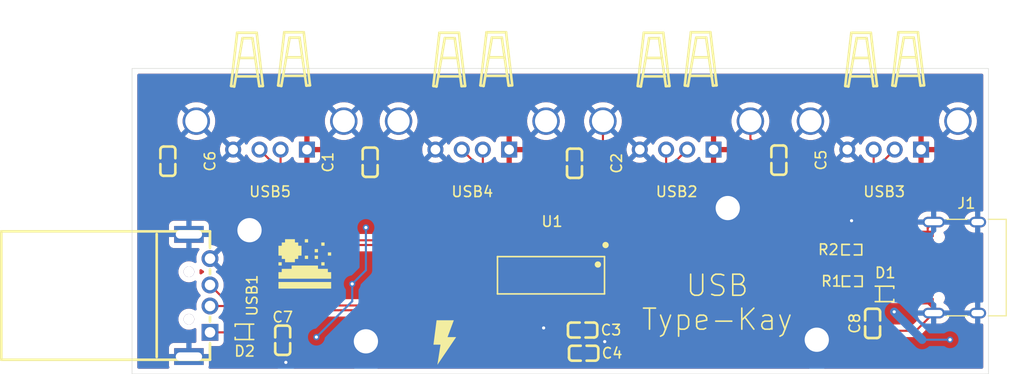
<source format=kicad_pcb>
(kicad_pcb (version 20241229) (generator "pcbnew") (generator_version "9.0")
  (layers (0 "F.Cu" signal) (2 "B.Cu" signal) (13 "F.Paste" user) (15 "B.Paste" user) (5 "F.SilkS" user "F.Silkscreen") (7 "B.SilkS" user "B.Silkscreen") (1 "F.Mask" user) (3 "B.Mask" user) (25 "Edge.Cuts" user))
  (net 0 "")
  (net 1 "GND")
  (net 2 "+5V")
  (net 3 "Net-(U1-VDD18)")
  (net 4 "Net-(U1-VDD33)")
  (net 5 "Net-(D1-A)")
  (net 6 "Net-(D2-A)")
  (net 7 "Net-(J1-CC1)")
  (net 8 "Net-(J1-CC2)")
  (net 14 "D-")
  (net 15 "D+")
  (net 16 "2D-")
  (net 17 "2D+")
  (net 18 "3D-")
  (net 19 "1D-")
  (net 20 "4D-")
  (net 21 "4D+")
  (net 22 "3D+")
  (net 23 "1D+")
  (footprint "USB_A_Socket:USB-A-TH_C46407" (layer "F.Cu") (at 208.3 99.45 180)
    (property "Reference" "USB4" (at 0 -5.35 0) (layer "F.SilkS"))
    (property "Value" "USB-AF-90-14.4X13.6-H7.0-DIP")
    (fp_line (start 3.7 4.69) (end 3.12 9.74) (stroke (width 0.25)) (layer "F.SilkS"))
    (fp_line (start 3.4 4.64) (end 3.7 4.69) (stroke (width 0.25)) (layer "F.SilkS"))
    (fp_line (start 3.12 9.74) (end 1.27 9.74) (stroke (width 0.25)) (layer "F.SilkS"))
    (fp_line (start 2.61 9.23) (end 3.4 4.64) (stroke (width 0.25)) (layer "F.SilkS"))
    (fp_line (start 1.67 9.23) (end 2.61 9.23) (stroke (width 0.25)) (layer "F.SilkS"))
    (fp_line (start 1.44 7.35) (end 2.89 7.35) (stroke (width 0.25)) (layer "F.SilkS"))
    (fp_line (start 1.27 9.74) (end 0.68 4.69) (stroke (width 0.25)) (layer "F.SilkS"))
    (fp_line (start 1.11 5.6) (end 3.2 5.6) (stroke (width 0.25)) (layer "F.SilkS"))
    (fp_line (start 1.02 4.67) (end 1.67 9.23) (stroke (width 0.25)) (layer "F.SilkS"))
    (fp_line (start 0.68 4.69) (end 1.02 4.67) (stroke (width 0.25)) (layer "F.SilkS"))
    (fp_line (start -0.77 4.74) (end -1.07 4.69) (stroke (width 0.25)) (layer "F.SilkS"))
    (fp_line (start -1.07 4.69) (end -1.86 9.28) (stroke (width 0.25)) (layer "F.SilkS"))
    (fp_line (start -1.35 9.79) (end -0.77 4.74) (stroke (width 0.25)) (layer "F.SilkS"))
    (fp_line (start -1.86 9.28) (end -2.8 9.28) (stroke (width 0.25)) (layer "F.SilkS"))
    (fp_line (start -2.8 9.28) (end -3.45 4.72) (stroke (width 0.25)) (layer "F.SilkS"))
    (fp_line (start -3.03 7.41) (end -1.58 7.41) (stroke (width 0.25)) (layer "F.SilkS"))
    (fp_line (start -3.2 9.79) (end -1.35 9.79) (stroke (width 0.25)) (layer "F.SilkS"))
    (fp_line (start -3.36 5.65) (end -1.27 5.65) (stroke (width 0.25)) (layer "F.SilkS"))
    (fp_line (start -3.45 4.72) (end -3.79 4.75) (stroke (width 0.25)) (layer "F.SilkS"))
    (fp_line (start -3.79 4.75) (end -3.2 9.79) (stroke (width 0.25)) (layer "F.SilkS"))
    (pad "1" thru_hole rect (at -3.5 -1.35 180) (size 1.52 1.52) (drill 0.919988) (layers "*.Cu" "*.Mask") (net 2 "+5V"))
    (pad "2" thru_hole circle (at -1 -1.35 180) (size 1.52 1.52) (drill 0.919988) (layers "*.Cu" "*.Mask") (net 16 "2D-"))
    (pad "3" thru_hole circle (at 1 -1.35 180) (size 1.52 1.52) (drill 0.919988) (layers "*.Cu" "*.Mask") (net 17 "2D+"))
    (pad "4" thru_hole circle (at 3.5 -1.35 180) (size 1.52 1.52) (drill 0.919988) (layers "*.Cu" "*.Mask") (net 1 "GND"))
    (pad "5" thru_hole circle (at 7 1.35 180) (size 2.6 2.6) (drill 2.100021) (layers "*.Cu" "*.Mask") (net 1 "GND"))
    (pad "6" thru_hole circle (at -7 1.35 180) (size 2.6 2.6) (drill 2.100021) (layers "*.Cu" "*.Mask") (net 1 "GND"))
  )
  (footprint "Decoupling_Capacitor:C0603" (layer "F.Cu") (at 218.77 117.93)
    (property "Reference" "C3" (at 2.7 0 0) (layer "F.SilkS"))
    (property "Value" "10uF")
    (fp_line (start -1.39 0.4) (end -1.39 -0.4) (stroke (width 0.25)) (layer "F.SilkS"))
    (fp_line (start -0.28 -0.71) (end -1.08 -0.71) (stroke (width 0.25)) (layer "F.SilkS"))
    (fp_line (start -0.28 0.71) (end -1.08 0.71) (stroke (width 0.25)) (layer "F.SilkS"))
    (fp_line (start 0.28 -0.71) (end 1.08 -0.71) (stroke (width 0.25)) (layer "F.SilkS"))
    (fp_line (start 0.28 0.71) (end 1.08 0.71) (stroke (width 0.25)) (layer "F.SilkS"))
    (fp_line (start 1.39 -0.4) (end 1.39 0.4) (stroke (width 0.25)) (layer "F.SilkS"))
    (fp_arc (start -1.39 -0.4) (mid -1.299203 -0.619203) (end -1.08 -0.71) (stroke (width 0.25)) (layer "F.SilkS"))
    (fp_arc (start -1.08 0.71) (mid -1.299203 0.619203) (end -1.39 0.4) (stroke (width 0.25)) (layer "F.SilkS"))
    (fp_arc (start 1.08 -0.71) (mid 1.299203 -0.619203) (end 1.39 -0.4) (stroke (width 0.25)) (layer "F.SilkS"))
    (fp_arc (start 1.39 0.4) (mid 1.299203 0.619203) (end 1.08 0.71) (stroke (width 0.25)) (layer "F.SilkS"))
    (pad "1" smd rect (at -0.7 0) (size 0.8 0.9) (layers "F.Cu" "F.Mask" "F.Paste") (net 3 "Net-(U1-VDD18)"))
    (pad "2" smd rect (at 0.7 0) (size 0.8 0.9) (layers "F.Cu" "F.Mask" "F.Paste") (net 1 "GND"))
  )
  (footprint "Decoupling_Capacitor:C0603" (layer "F.Cu") (at 237.4 101.8 -90)
    (property "Reference" "C5" (at 0 -4 90) (layer "F.SilkS"))
    (property "Value" "10uF")
    (fp_line (start -0.28 0.71) (end -1.08 0.71) (stroke (width 0.25)) (layer "F.SilkS"))
    (fp_line (start 0.28 0.71) (end 1.08 0.71) (stroke (width 0.25)) (layer "F.SilkS"))
    (fp_line (start -1.39 0.4) (end -1.39 -0.4) (stroke (width 0.25)) (layer "F.SilkS"))
    (fp_line (start 1.39 -0.4) (end 1.39 0.4) (stroke (width 0.25)) (layer "F.SilkS"))
    (fp_line (start -0.28 -0.71) (end -1.08 -0.71) (stroke (width 0.25)) (layer "F.SilkS"))
    (fp_line (start 0.28 -0.71) (end 1.08 -0.71) (stroke (width 0.25)) (layer "F.SilkS"))
    (fp_arc (start -1.08 0.71) (mid -1.299203 0.619203) (end -1.39 0.4) (stroke (width 0.25)) (layer "F.SilkS"))
    (fp_arc (start 1.39 0.4) (mid 1.299203 0.619203) (end 1.08 0.71) (stroke (width 0.25)) (layer "F.SilkS"))
    (fp_arc (start -1.39 -0.4) (mid -1.299203 -0.619203) (end -1.08 -0.71) (stroke (width 0.25)) (layer "F.SilkS"))
    (fp_arc (start 1.08 -0.71) (mid 1.299203 -0.619203) (end 1.39 -0.4) (stroke (width 0.25)) (layer "F.SilkS"))
    (pad "1" smd rect (at -0.7 0 270) (size 0.8 0.9) (layers "F.Cu" "F.Mask" "F.Paste") (net 2 "+5V"))
    (pad "2" smd rect (at 0.7 0 270) (size 0.8 0.9) (layers "F.Cu" "F.Mask" "F.Paste") (net 1 "GND"))
  )
  (footprint "USB_A_Socket:USB-A-TH_C46407" (layer "F.Cu") (at 247.4 99.45 180)
    (property "Reference" "USB3" (at 0 -5.35 0) (layer "F.SilkS"))
    (property "Value" "USB-AF-90-14.4X13.6-H7.0-DIP")
    (fp_line (start 3.7 4.69) (end 3.12 9.74) (stroke (width 0.25)) (layer "F.SilkS"))
    (fp_line (start 3.4 4.64) (end 3.7 4.69) (stroke (width 0.25)) (layer "F.SilkS"))
    (fp_line (start 3.12 9.74) (end 1.27 9.74) (stroke (width 0.25)) (layer "F.SilkS"))
    (fp_line (start 2.61 9.23) (end 3.4 4.64) (stroke (width 0.25)) (layer "F.SilkS"))
    (fp_line (start 1.67 9.23) (end 2.61 9.23) (stroke (width 0.25)) (layer "F.SilkS"))
    (fp_line (start 1.44 7.35) (end 2.89 7.35) (stroke (width 0.25)) (layer "F.SilkS"))
    (fp_line (start 1.27 9.74) (end 0.68 4.69) (stroke (width 0.25)) (layer "F.SilkS"))
    (fp_line (start 1.11 5.6) (end 3.2 5.6) (stroke (width 0.25)) (layer "F.SilkS"))
    (fp_line (start 1.02 4.67) (end 1.67 9.23) (stroke (width 0.25)) (layer "F.SilkS"))
    (fp_line (start 0.68 4.69) (end 1.02 4.67) (stroke (width 0.25)) (layer "F.SilkS"))
    (fp_line (start -0.77 4.74) (end -1.07 4.69) (stroke (width 0.25)) (layer "F.SilkS"))
    (fp_line (start -1.07 4.69) (end -1.86 9.28) (stroke (width 0.25)) (layer "F.SilkS"))
    (fp_line (start -1.35 9.79) (end -0.77 4.74) (stroke (width 0.25)) (layer "F.SilkS"))
    (fp_line (start -1.86 9.28) (end -2.8 9.28) (stroke (width 0.25)) (layer "F.SilkS"))
    (fp_line (start -2.8 9.28) (end -3.45 4.72) (stroke (width 0.25)) (layer "F.SilkS"))
    (fp_line (start -3.03 7.41) (end -1.58 7.41) (stroke (width 0.25)) (layer "F.SilkS"))
    (fp_line (start -3.2 9.79) (end -1.35 9.79) (stroke (width 0.25)) (layer "F.SilkS"))
    (fp_line (start -3.36 5.65) (end -1.27 5.65) (stroke (width 0.25)) (layer "F.SilkS"))
    (fp_line (start -3.45 4.72) (end -3.79 4.75) (stroke (width 0.25)) (layer "F.SilkS"))
    (fp_line (start -3.79 4.75) (end -3.2 9.79) (stroke (width 0.25)) (layer "F.SilkS"))
    (pad "1" thru_hole rect (at -3.5 -1.35 180) (size 1.52 1.52) (drill 0.919988) (layers "*.Cu" "*.Mask") (net 2 "+5V"))
    (pad "2" thru_hole circle (at -1 -1.35 180) (size 1.52 1.52) (drill 0.919988) (layers "*.Cu" "*.Mask") (net 20 "4D-"))
    (pad "3" thru_hole circle (at 1 -1.35 180) (size 1.52 1.52) (drill 0.919988) (layers "*.Cu" "*.Mask") (net 21 "4D+"))
    (pad "4" thru_hole circle (at 3.5 -1.35 180) (size 1.52 1.52) (drill 0.919988) (layers "*.Cu" "*.Mask") (net 1 "GND"))
    (pad "5" thru_hole circle (at 7 1.35 180) (size 2.6 2.6) (drill 2.100021) (layers "*.Cu" "*.Mask") (net 1 "GND"))
    (pad "6" thru_hole circle (at -7 1.35 180) (size 2.6 2.6) (drill 2.100021) (layers "*.Cu" "*.Mask") (net 1 "GND"))
  )
  (footprint "Decoupling_Capacitor:C0603" (layer "F.Cu") (at 190.3 118.9 -90)
    (property "Reference" "C7" (at -2.2 0 180) (layer "F.SilkS"))
    (property "Value" "10uF")
    (fp_line (start -0.28 0.71) (end -1.08 0.71) (stroke (width 0.25)) (layer "F.SilkS"))
    (fp_line (start 0.28 0.71) (end 1.08 0.71) (stroke (width 0.25)) (layer "F.SilkS"))
    (fp_line (start -1.39 0.4) (end -1.39 -0.4) (stroke (width 0.25)) (layer "F.SilkS"))
    (fp_line (start 1.39 -0.4) (end 1.39 0.4) (stroke (width 0.25)) (layer "F.SilkS"))
    (fp_line (start -0.28 -0.71) (end -1.08 -0.71) (stroke (width 0.25)) (layer "F.SilkS"))
    (fp_line (start 0.28 -0.71) (end 1.08 -0.71) (stroke (width 0.25)) (layer "F.SilkS"))
    (fp_arc (start -1.08 0.71) (mid -1.299203 0.619203) (end -1.39 0.4) (stroke (width 0.25)) (layer "F.SilkS"))
    (fp_arc (start 1.39 0.4) (mid 1.299203 0.619203) (end 1.08 0.71) (stroke (width 0.25)) (layer "F.SilkS"))
    (fp_arc (start -1.39 -0.4) (mid -1.299203 -0.619203) (end -1.08 -0.71) (stroke (width 0.25)) (layer "F.SilkS"))
    (fp_arc (start 1.08 -0.71) (mid 1.299203 -0.619203) (end 1.39 -0.4) (stroke (width 0.25)) (layer "F.SilkS"))
    (pad "1" smd rect (at -0.7 0 270) (size 0.8 0.9) (layers "F.Cu" "F.Mask" "F.Paste") (net 2 "+5V"))
    (pad "2" smd rect (at 0.7 0 270) (size 0.8 0.9) (layers "F.Cu" "F.Mask" "F.Paste") (net 1 "GND"))
  )
  (footprint "Decoupling_Capacitor:C0603" (layer "F.Cu") (at 198.6 102 90)
    (property "Reference" "C1" (at 0 -4 90) (layer "F.SilkS"))
    (property "Value" "10uF")
    (fp_line (start 0.28 -0.71) (end 1.08 -0.71) (stroke (width 0.25)) (layer "F.SilkS"))
    (fp_line (start -0.28 -0.71) (end -1.08 -0.71) (stroke (width 0.25)) (layer "F.SilkS"))
    (fp_line (start 1.39 -0.4) (end 1.39 0.4) (stroke (width 0.25)) (layer "F.SilkS"))
    (fp_line (start -1.39 0.4) (end -1.39 -0.4) (stroke (width 0.25)) (layer "F.SilkS"))
    (fp_line (start 0.28 0.71) (end 1.08 0.71) (stroke (width 0.25)) (layer "F.SilkS"))
    (fp_line (start -0.28 0.71) (end -1.08 0.71) (stroke (width 0.25)) (layer "F.SilkS"))
    (fp_arc (start 1.08 -0.71) (mid 1.299203 -0.619203) (end 1.39 -0.4) (stroke (width 0.25)) (layer "F.SilkS"))
    (fp_arc (start -1.39 -0.4) (mid -1.299203 -0.619203) (end -1.08 -0.71) (stroke (width 0.25)) (layer "F.SilkS"))
    (fp_arc (start 1.39 0.4) (mid 1.299203 0.619203) (end 1.08 0.71) (stroke (width 0.25)) (layer "F.SilkS"))
    (fp_arc (start -1.08 0.71) (mid -1.299203 0.619203) (end -1.39 0.4) (stroke (width 0.25)) (layer "F.SilkS"))
    (pad "1" smd rect (at -0.7 0 90) (size 0.8 0.9) (layers "F.Cu" "F.Mask" "F.Paste") (net 1 "GND"))
    (pad "2" smd rect (at 0.7 0 90) (size 0.8 0.9) (layers "F.Cu" "F.Mask" "F.Paste") (net 2 "+5V"))
  )
  (footprint "Diode:SOD-323_L1.8-W1.3-LS2.5-RD" (layer "F.Cu") (at 247.4 114.5)
    (property "Reference" "D1" (at 0.1 -2 0) (layer "F.SilkS"))
    (property "Value" "D" (hide yes))
    (fp_line (start -0.85 -0.73) (end 0.91 -0.73) (stroke (width 0.15)) (layer "F.SilkS"))
    (fp_line (start -0.85 0.73) (end 0.91 0.73) (stroke (width 0.15)) (layer "F.SilkS"))
    (fp_line (start -0.44 -0.73) (end -0.44 0.73) (stroke (width 0.15)) (layer "F.SilkS"))
    (fp_line (start 0.91 -0.73) (end 0.91 -0.53) (stroke (width 0.15)) (layer "F.SilkS"))
    (fp_line (start 0.91 0.73) (end 0.91 0.52) (stroke (width 0.15)) (layer "F.SilkS"))
    (pad "1" smd rect (at -1.17 0) (size 1 0.75) (layers "F.Cu" "F.Mask" "F.Paste") (net 2 "+5V"))
    (pad "2" smd rect (at 1.17 0) (size 1 0.75) (layers "F.Cu" "F.Mask" "F.Paste") (net 5 "Net-(D1-A)"))
  )
  (footprint "Diode:SOD-323_L1.8-W1.3-LS2.5-RD" (layer "F.Cu") (at 186.7 118.1 180)
    (property "Reference" "D2" (at 0.012617 -1.839553 0) (layer "F.SilkS"))
    (property "Value" "D")
    (fp_line (start 0.91 0.73) (end 0.91 0.52) (stroke (width 0.15)) (layer "F.SilkS"))
    (fp_line (start 0.91 -0.73) (end 0.91 -0.53) (stroke (width 0.15)) (layer "F.SilkS"))
    (fp_line (start -0.44 -0.73) (end -0.44 0.73) (stroke (width 0.15)) (layer "F.SilkS"))
    (fp_line (start -0.85 0.73) (end 0.91 0.73) (stroke (width 0.15)) (layer "F.SilkS"))
    (fp_line (start -0.85 -0.73) (end 0.91 -0.73) (stroke (width 0.15)) (layer "F.SilkS"))
    (pad "1" smd rect (at -1.17 0 180) (size 1 0.75) (layers "F.Cu" "F.Mask" "F.Paste") (net 2 "+5V"))
    (pad "2" smd rect (at 1.17 0 180) (size 1 0.75) (layers "F.Cu" "F.Mask" "F.Paste") (net 6 "Net-(D2-A)"))
  )
  (footprint "USB_A_Socket:USB-A-TH_C46407" (layer "F.Cu") (at 189.1 99.45 180)
    (property "Reference" "USB5" (at 0 -5.35 0) (layer "F.SilkS"))
    (property "Value" "USB-AF-90-14.4X13.6-H7.0-DIP")
    (fp_line (start 3.7 4.69) (end 3.12 9.74) (stroke (width 0.25)) (layer "F.SilkS"))
    (fp_line (start 3.4 4.64) (end 3.7 4.69) (stroke (width 0.25)) (layer "F.SilkS"))
    (fp_line (start 3.12 9.74) (end 1.27 9.74) (stroke (width 0.25)) (layer "F.SilkS"))
    (fp_line (start 2.61 9.23) (end 3.4 4.64) (stroke (width 0.25)) (layer "F.SilkS"))
    (fp_line (start 1.67 9.23) (end 2.61 9.23) (stroke (width 0.25)) (layer "F.SilkS"))
    (fp_line (start 1.44 7.35) (end 2.89 7.35) (stroke (width 0.25)) (layer "F.SilkS"))
    (fp_line (start 1.27 9.74) (end 0.68 4.69) (stroke (width 0.25)) (layer "F.SilkS"))
    (fp_line (start 1.11 5.6) (end 3.2 5.6) (stroke (width 0.25)) (layer "F.SilkS"))
    (fp_line (start 1.02 4.67) (end 1.67 9.23) (stroke (width 0.25)) (layer "F.SilkS"))
    (fp_line (start 0.68 4.69) (end 1.02 4.67) (stroke (width 0.25)) (layer "F.SilkS"))
    (fp_line (start -0.77 4.74) (end -1.07 4.69) (stroke (width 0.25)) (layer "F.SilkS"))
    (fp_line (start -1.07 4.69) (end -1.86 9.28) (stroke (width 0.25)) (layer "F.SilkS"))
    (fp_line (start -1.35 9.79) (end -0.77 4.74) (stroke (width 0.25)) (layer "F.SilkS"))
    (fp_line (start -1.86 9.28) (end -2.8 9.28) (stroke (width 0.25)) (layer "F.SilkS"))
    (fp_line (start -2.8 9.28) (end -3.45 4.72) (stroke (width 0.25)) (layer "F.SilkS"))
    (fp_line (start -3.03 7.41) (end -1.58 7.41) (stroke (width 0.25)) (layer "F.SilkS"))
    (fp_line (start -3.2 9.79) (end -1.35 9.79) (stroke (width 0.25)) (layer "F.SilkS"))
    (fp_line (start -3.36 5.65) (end -1.27 5.65) (stroke (width 0.25)) (layer "F.SilkS"))
    (fp_line (start -3.45 4.72) (end -3.79 4.75) (stroke (width 0.25)) (layer "F.SilkS"))
    (fp_line (start -3.79 4.75) (end -3.2 9.79) (stroke (width 0.25)) (layer "F.SilkS"))
    (pad "1" thru_hole rect (at -3.5 -1.35 180) (size 1.52 1.52) (drill 0.919988) (layers "*.Cu" "*.Mask") (net 2 "+5V"))
    (pad "2" thru_hole circle (at -1 -1.35 180) (size 1.52 1.52) (drill 0.919988) (layers "*.Cu" "*.Mask") (net 19 "1D-"))
    (pad "3" thru_hole circle (at 1 -1.35 180) (size 1.52 1.52) (drill 0.919988) (layers "*.Cu" "*.Mask") (net 23 "1D+"))
    (pad "4" thru_hole circle (at 3.5 -1.35 180) (size 1.52 1.52) (drill 0.919988) (layers "*.Cu" "*.Mask") (net 1 "GND"))
    (pad "5" thru_hole circle (at 7 1.35 180) (size 2.6 2.6) (drill 2.100021) (layers "*.Cu" "*.Mask") (net 1 "GND"))
    (pad "6" thru_hole circle (at -7 1.35 180) (size 2.6 2.6) (drill 2.100021) (layers "*.Cu" "*.Mask") (net 1 "GND"))
  )
  (footprint "Decoupling_Capacitor:C0603" (layer "F.Cu") (at 218 102.1 -90)
    (property "Reference" "C2" (at 0 -4 90) (layer "F.SilkS"))
    (property "Value" "10uF")
    (fp_line (start -0.28 0.71) (end -1.08 0.71) (stroke (width 0.25)) (layer "F.SilkS"))
    (fp_line (start 0.28 0.71) (end 1.08 0.71) (stroke (width 0.25)) (layer "F.SilkS"))
    (fp_line (start -1.39 0.4) (end -1.39 -0.4) (stroke (width 0.25)) (layer "F.SilkS"))
    (fp_line (start 1.39 -0.4) (end 1.39 0.4) (stroke (width 0.25)) (layer "F.SilkS"))
    (fp_line (start -0.28 -0.71) (end -1.08 -0.71) (stroke (width 0.25)) (layer "F.SilkS"))
    (fp_line (start 0.28 -0.71) (end 1.08 -0.71) (stroke (width 0.25)) (layer "F.SilkS"))
    (fp_arc (start -1.08 0.71) (mid -1.299203 0.619203) (end -1.39 0.4) (stroke (width 0.25)) (layer "F.SilkS"))
    (fp_arc (start 1.39 0.4) (mid 1.299203 0.619203) (end 1.08 0.71) (stroke (width 0.25)) (layer "F.SilkS"))
    (fp_arc (start -1.39 -0.4) (mid -1.299203 -0.619203) (end -1.08 -0.71) (stroke (width 0.25)) (layer "F.SilkS"))
    (fp_arc (start 1.08 -0.71) (mid 1.299203 -0.619203) (end 1.39 -0.4) (stroke (width 0.25)) (layer "F.SilkS"))
    (pad "1" smd rect (at -0.7 0 270) (size 0.8 0.9) (layers "F.Cu" "F.Mask" "F.Paste") (net 2 "+5V"))
    (pad "2" smd rect (at 0.7 0 270) (size 0.8 0.9) (layers "F.Cu" "F.Mask" "F.Paste") (net 1 "GND"))
  )
  (footprint "Decoupling_Capacitor:C0603" (layer "F.Cu") (at 218.87 120.13)
    (property "Reference" "C4" (at 2.7 0 0) (layer "F.SilkS"))
    (property "Value" "10uF")
    (fp_line (start -1.39 0.4) (end -1.39 -0.4) (stroke (width 0.25)) (layer "F.SilkS"))
    (fp_line (start -0.28 -0.71) (end -1.08 -0.71) (stroke (width 0.25)) (layer "F.SilkS"))
    (fp_line (start -0.28 0.71) (end -1.08 0.71) (stroke (width 0.25)) (layer "F.SilkS"))
    (fp_line (start 0.28 -0.71) (end 1.08 -0.71) (stroke (width 0.25)) (layer "F.SilkS"))
    (fp_line (start 0.28 0.71) (end 1.08 0.71) (stroke (width 0.25)) (layer "F.SilkS"))
    (fp_line (start 1.39 -0.4) (end 1.39 0.4) (stroke (width 0.25)) (layer "F.SilkS"))
    (fp_arc (start -1.39 -0.4) (mid -1.299203 -0.619203) (end -1.08 -0.71) (stroke (width 0.25)) (layer "F.SilkS"))
    (fp_arc (start -1.08 0.71) (mid -1.299203 0.619203) (end -1.39 0.4) (stroke (width 0.25)) (layer "F.SilkS"))
    (fp_arc (start 1.08 -0.71) (mid 1.299203 -0.619203) (end 1.39 -0.4) (stroke (width 0.25)) (layer "F.SilkS"))
    (fp_arc (start 1.39 0.4) (mid 1.299203 0.619203) (end 1.08 0.71) (stroke (width 0.25)) (layer "F.SilkS"))
    (pad "1" smd rect (at -0.7 0) (size 0.8 0.9) (layers "F.Cu" "F.Mask" "F.Paste") (net 4 "Net-(U1-VDD33)"))
    (pad "2" smd rect (at 0.7 0) (size 0.8 0.9) (layers "F.Cu" "F.Mask" "F.Paste") (net 1 "GND"))
  )
  (footprint "Decoupling_Capacitor:C0603" (layer "F.Cu") (at 246.3 117.3 90)
    (property "Reference" "C8" (at 0 -1.7 90) (layer "F.SilkS"))
    (property "Value" "10uF")
    (fp_line (start 0.28 -0.71) (end 1.08 -0.71) (stroke (width 0.25)) (layer "F.SilkS"))
    (fp_line (start -0.28 -0.71) (end -1.08 -0.71) (stroke (width 0.25)) (layer "F.SilkS"))
    (fp_line (start 1.39 -0.4) (end 1.39 0.4) (stroke (width 0.25)) (layer "F.SilkS"))
    (fp_line (start -1.39 0.4) (end -1.39 -0.4) (stroke (width 0.25)) (layer "F.SilkS"))
    (fp_line (start 0.28 0.71) (end 1.08 0.71) (stroke (width 0.25)) (layer "F.SilkS"))
    (fp_line (start -0.28 0.71) (end -1.08 0.71) (stroke (width 0.25)) (layer "F.SilkS"))
    (fp_arc (start 1.08 -0.71) (mid 1.299203 -0.619203) (end 1.39 -0.4) (stroke (width 0.25)) (layer "F.SilkS"))
    (fp_arc (start -1.39 -0.4) (mid -1.299203 -0.619203) (end -1.08 -0.71) (stroke (width 0.25)) (layer "F.SilkS"))
    (fp_arc (start 1.39 0.4) (mid 1.299203 0.619203) (end 1.08 0.71) (stroke (width 0.25)) (layer "F.SilkS"))
    (fp_arc (start -1.08 0.71) (mid -1.299203 0.619203) (end -1.39 0.4) (stroke (width 0.25)) (layer "F.SilkS"))
    (pad "1" smd rect (at -0.7 0 90) (size 0.8 0.9) (layers "F.Cu" "F.Mask" "F.Paste") (net 1 "GND"))
    (pad "2" smd rect (at 0.7 0 90) (size 0.8 0.9) (layers "F.Cu" "F.Mask" "F.Paste") (net 2 "+5V"))
  )
  (footprint "Resistor:R0402" (layer "F.Cu") (at 244.33 110.3 180)
    (property "Reference" "R2" (at 2.23 0 0) (layer "F.SilkS"))
    (property "Value" "5.1k")
    (fp_line (start 0.94 0.5) (end 0.94 -0.5) (stroke (width 0.15)) (layer "F.SilkS"))
    (fp_line (start 0.94 -0.5) (end 0.23 -0.5) (stroke (width 0.15)) (layer "F.SilkS"))
    (fp_line (start 0.23 0.5) (end 0.94 0.5) (stroke (width 0.15)) (layer "F.SilkS"))
    (fp_line (start -0.23 0.5) (end -0.94 0.5) (stroke (width 0.15)) (layer "F.SilkS"))
    (fp_line (start -0.94 0.5) (end -0.94 -0.5) (stroke (width 0.15)) (layer "F.SilkS"))
    (fp_line (start -0.94 -0.5) (end -0.23 -0.5) (stroke (width 0.15)) (layer "F.SilkS"))
    (pad "1" smd rect (at -0.43 0 180) (size 0.57 0.54) (layers "F.Cu" "F.Mask" "F.Paste") (net 8 "Net-(J1-CC2)"))
    (pad "2" smd rect (at 0.43 0 180) (size 0.57 0.54) (layers "F.Cu" "F.Mask" "F.Paste") (net 1 "GND"))
  )
  (footprint "CoreChips_SL2.1A:SOP-16_L10.0-W3.9-P1.27-LS6.0-BL" (layer "F.Cu") (at 215.77 112.73 180)
    (property "Reference" "U1" (at -0.1 5.1 0) (layer "F.SilkS"))
    (property "Value" "SL2.1A")
    (fp_line (start 5.08 1.77) (end -5.08 1.77) (stroke (width 0.15)) (layer "F.SilkS"))
    (fp_line (start 5.08 -1.77) (end 5.08 1.77) (stroke (width 0.15)) (layer "F.SilkS"))
    (fp_line (start -5.08 1.77) (end -5.08 -1.77) (stroke (width 0.15)) (layer "F.SilkS"))
    (fp_line (start -5.08 -1.77) (end 5.08 -1.77) (stroke (width 0.15)) (layer "F.SilkS"))
    (fp_circle (center -4.45 1.02) (end -4.3 1.02) (stroke (width 0.3)) (fill no) (layer "F.SilkS"))
    (fp_circle (center -5.18 2.87) (end -5.03 2.87) (stroke (width 0.3)) (fill no) (layer "F.SilkS"))
    (pad "1" smd oval (at -4.45 2.87 180) (size 0.56 1.75) (layers "F.Cu" "F.Mask" "F.Paste") (net 20 "4D-"))
    (pad "2" smd oval (at -3.18 2.87 180) (size 0.56 1.75) (layers "F.Cu" "F.Mask" "F.Paste") (net 21 "4D+"))
    (pad "3" smd oval (at -1.91 2.87 180) (size 0.56 1.75) (layers "F.Cu" "F.Mask" "F.Paste") (net 18 "3D-"))
    (pad "4" smd oval (at -0.63 2.87 180) (size 0.56 1.75) (layers "F.Cu" "F.Mask" "F.Paste") (net 22 "3D+"))
    (pad "5" smd oval (at 0.63 2.87 180) (size 0.56 1.75) (layers "F.Cu" "F.Mask" "F.Paste") (net 16 "2D-"))
    (pad "6" smd oval (at 1.9 2.87 180) (size 0.56 1.75) (layers "F.Cu" "F.Mask" "F.Paste") (net 17 "2D+"))
    (pad "7" smd oval (at 3.17 2.87 180) (size 0.56 1.75) (layers "F.Cu" "F.Mask" "F.Paste") (net 19 "1D-"))
    (pad "8" smd oval (at 4.44 2.87 180) (size 0.56 1.75) (layers "F.Cu" "F.Mask" "F.Paste") (net 23 "1D+"))
    (pad "9" smd oval (at 4.44 -2.87 180) (size 0.56 1.75) (layers "F.Cu" "F.Mask" "F.Paste") (net 14 "D-"))
    (pad "10" smd oval (at 3.17 -2.87 180) (size 0.56 1.75) (layers "F.Cu" "F.Mask" "F.Paste") (net 15 "D+"))
    (pad "11" smd oval (at 1.9 -2.87 180) (size 0.56 1.75) (layers "F.Cu" "F.Mask" "F.Paste") (net 2 "+5V"))
    (pad "12" smd oval (at 0.63 -2.87 180) (size 0.56 1.75) (layers "F.Cu" "F.Mask" "F.Paste") (net 1 "GND"))
    (pad "13" smd oval (at -0.63 -2.87 180) (size 0.56 1.75) (layers "F.Cu" "F.Mask" "F.Paste") (net 4 "Net-(U1-VDD33)"))
    (pad "14" smd oval (at -1.91 -2.87 180) (size 0.56 1.75) (layers "F.Cu" "F.Mask" "F.Paste") (net 3 "Net-(U1-VDD18)"))
    (pad "15" smd oval (at -3.18 -2.87 180) (size 0.56 1.75) (layers "F.Cu" "F.Mask" "F.Paste"))
    (pad "16" smd oval (at -4.45 -2.87 180) (size 0.56 1.75) (layers "F.Cu" "F.Mask" "F.Paste") (net 1 "GND"))
  )
  (footprint "USB_A_Plug:USB-A-TH_U-G-04WD-W-01" (layer "F.Cu") (at 182.4 114.65 -90)
    (property "Reference" "USB1" (at 0 -5 90) (layer "F.SilkS"))
    (property "Value" "U-G-04DD-W-01")
    (fp_line (start -6.09 18.81) (end 6.1 18.81) (stroke (width 0.25)) (layer "F.SilkS"))
    (fp_line (start 6.1 18.81) (end 6.1 -1) (stroke (width 0.25)) (layer "F.SilkS"))
    (fp_line (start -5.84 4.06) (end 5.84 4.06) (stroke (width 0.25)) (layer "F.SilkS"))
    (fp_line (start -6.09 -1) (end -6.09 18.81) (stroke (width 0.25)) (layer "F.SilkS"))
    (fp_line (start -6.09 -1) (end -4.53 -1) (stroke (width 0.25)) (layer "F.SilkS"))
    (fp_line (start -2.47 -1) (end -2.03 -1) (stroke (width 0.25)) (layer "F.SilkS"))
    (fp_line (start 2.03 -1) (end 2.47 -1) (stroke (width 0.25)) (layer "F.SilkS"))
    (fp_line (start 4.53 -1) (end 6.1 -1) (stroke (width 0.25)) (layer "F.SilkS"))
    (pad "" thru_hole circle (at -2.25 1 270) (size 1 1) (drill 1) (layers "*.Cu" "*.Mask"))
    (pad "" thru_hole circle (at 2.25 1 270) (size 1 1) (drill 1) (layers "*.Cu" "*.Mask"))
    (pad "1" thru_hole rect (at 3.5 -1 270) (size 1.6 1.6) (drill 0.999998) (layers "*.Cu" "*.Mask") (net 6 "Net-(D2-A)"))
    (pad "2" thru_hole circle (at 1 -1 270) (size 1.6 1.6) (drill 0.999998) (layers "*.Cu" "*.Mask") (net 15 "D+"))
    (pad "3" thru_hole circle (at -1 -1 270) (size 1.6 1.6) (drill 0.999998) (layers "*.Cu" "*.Mask") (net 14 "D-"))
    (pad "4" thru_hole circle (at -3.5 -1 270) (size 1.6 1.6) (drill 0.999998) (layers "*.Cu" "*.Mask") (net 1 "GND"))
    (pad "5" thru_hole rect (at 5.8 1 270) (size 1.6 2.8) (drill oval 0.799998 2.499995) (layers "*.Cu" "*.Mask") (net 1 "GND"))
    (pad "6" thru_hole rect (at -5.8 1 270) (size 1.6 2.8) (drill oval 0.799998 2.499995) (layers "*.Cu" "*.Mask") (net 1 "GND"))
  )
  (footprint "LOGO" (layer "F.Cu") (at 192.4 111.493597)
    (property "Reference" "G***" (hide yes))
    (property "Value" "LOGO" (hide yes))
    (fp_poly (pts (xy -2.189656 0.156403) (xy -2.189656 0.312807) (xy -2.34606 0.312807) (xy -2.502463 0.312807) (xy -2.502463 0.156403) (xy -2.502463 0) (xy -2.34606 0) (xy -2.189656 0)) (fill yes) (layer "F.SilkS"))
    (fp_poly (pts (xy 0.312807 -2.033252) (xy 0.312807 -1.876848) (xy 0.156403 -1.876848) (xy 0 -1.876848) (xy 0 -2.033252) (xy 0 -2.189656) (xy 0.156403 -2.189656) (xy 0.312807 -2.189656)) (fill yes) (layer "F.SilkS"))
    (fp_poly (pts (xy 0.312807 -0.469212) (xy 0.312807 -0.312808) (xy 0.156403 -0.312808) (xy 0 -0.312808) (xy 0 -0.469212) (xy 0 -0.625616) (xy 0.156403 -0.625616) (xy 0.312807 -0.625616)) (fill yes) (layer "F.SilkS"))
    (fp_poly (pts (xy 1.251231 -1.094828) (xy 1.251231 -0.938424) (xy 1.094827 -0.938424) (xy 0.938423 -0.938424) (xy 0.938423 -1.094828) (xy 0.938423 -1.251232) (xy 1.094827 -1.251232) (xy 1.251231 -1.251232)) (fill yes) (layer "F.SilkS"))
    (fp_poly (pts (xy 1.251231 -0.469212) (xy 1.251231 -0.312808) (xy 1.094827 -0.312808) (xy 0.938423 -0.312808) (xy 0.938423 -0.469212) (xy 0.938423 -0.625616) (xy 1.094827 -0.625616) (xy 1.251231 -0.625616)) (fill yes) (layer "F.SilkS"))
    (fp_poly (pts (xy 1.876847 -1.720444) (xy 1.876847 -1.56404) (xy 1.720443 -1.56404) (xy 1.564039 -1.56404) (xy 1.564039 -1.720444) (xy 1.564039 -1.876848) (xy 1.720443 -1.876848) (xy 1.876847 -1.876848)) (fill yes) (layer "F.SilkS"))
    (fp_poly (pts (xy 1.876847 0.156403) (xy 1.876847 0.312807) (xy 1.720443 0.312807) (xy 1.564039 0.312807) (xy 1.564039 0.156403) (xy 1.564039 0) (xy 1.720443 0) (xy 1.876847 0)) (fill yes) (layer "F.SilkS"))
    (fp_poly (pts (xy 2.502463 -0.78202) (xy 2.502463 -0.625616) (xy 2.346059 -0.625616) (xy 2.189655 -0.625616) (xy 2.189655 -0.78202) (xy 2.189655 -0.938424) (xy 2.346059 -0.938424) (xy 2.502463 -0.938424)) (fill yes) (layer "F.SilkS"))
    (fp_poly (pts (xy 2.502463 2.189655) (xy 2.502463 2.502463) (xy 0 2.502463) (xy -2.502463 2.502463) (xy -2.502463 2.189655) (xy -2.502463 1.876847) (xy 0 1.876847) (xy 2.502463 1.876847)) (fill yes) (layer "F.SilkS"))
    (fp_poly (pts (xy 1.251231 0.469211) (xy 1.251231 0.625615) (xy 1.720443 0.625615) (xy 2.189655 0.625615) (xy 2.189655 0.782019) (xy 2.189655 0.938423) (xy 2.346059 0.938423) (xy 2.502463 0.938423) (xy 2.502463 1.251231) (xy 2.502463 1.564039) (xy 0 1.564039) (xy -2.502463 1.564039) (xy -2.502463 1.251231) (xy -2.502463 0.938423) (xy -2.34606 0.938423) (xy -2.189656 0.938423) (xy -2.189656 0.782019) (xy -2.189656 0.625615) (xy -1.720444 0.625615) (xy -1.251232 0.625615) (xy -1.251232 0.469211) (xy -1.251232 0.312807) (xy 0 0.312807) (xy 1.251231 0.312807)) (fill yes) (layer "F.SilkS"))
    (fp_poly (pts (xy -0.938424 -2.033252) (xy -0.938424 -1.876848) (xy -0.78202 -1.876848) (xy -0.625616 -1.876848) (xy -0.625616 -1.720444) (xy -0.625616 -1.56404) (xy -0.469212 -1.56404) (xy -0.312808 -1.56404) (xy -0.312808 -1.094828) (xy -0.312808 -0.625616) (xy -0.469212 -0.625616) (xy -0.625616 -0.625616) (xy -0.625616 -0.469212) (xy -0.625616 -0.312808) (xy -0.78202 -0.312808) (xy -0.938424 -0.312808) (xy -0.938424 -0.156404) (xy -0.938424 0) (xy -1.407636 0) (xy -1.876848 0) (xy -1.876848 -0.156404) (xy -1.876848 -0.312808) (xy -2.033252 -0.312808) (xy -2.189656 -0.312808) (xy -2.189656 -0.469212) (xy -2.189656 -0.625616) (xy -2.34606 -0.625616) (xy -2.502463 -0.625616) (xy -2.502463 -1.094828) (xy -2.502463 -1.56404) (xy -2.34606 -1.56404) (xy -2.189656 -1.56404) (xy -2.189656 -1.720444) (xy -2.189656 -1.876848) (xy -2.033252 -1.876848) (xy -1.876848 -1.876848) (xy -1.876848 -2.033252) (xy -1.876848 -2.189656) (xy -1.407636 -2.189656) (xy -0.938424 -2.189656)) (fill yes) (layer "F.SilkS"))
  )
  (footprint "USB_A_Socket:USB-A-TH_C46407" (layer "F.Cu") (at 227.7 99.45 180)
    (property "Reference" "USB2" (at 0 -5.35 0) (layer "F.SilkS"))
    (property "Value" "USB-AF-90-14.4X13.6-H7.0-DIP")
    (fp_line (start 3.7 4.69) (end 3.12 9.74) (stroke (width 0.25)) (layer "F.SilkS"))
    (fp_line (start 3.4 4.64) (end 3.7 4.69) (stroke (width 0.25)) (layer "F.SilkS"))
    (fp_line (start 3.12 9.74) (end 1.27 9.74) (stroke (width 0.25)) (layer "F.SilkS"))
    (fp_line (start 2.61 9.23) (end 3.4 4.64) (stroke (width 0.25)) (layer "F.SilkS"))
    (fp_line (start 1.67 9.23) (end 2.61 9.23) (stroke (width 0.25)) (layer "F.SilkS"))
    (fp_line (start 1.44 7.35) (end 2.89 7.35) (stroke (width 0.25)) (layer "F.SilkS"))
    (fp_line (start 1.27 9.74) (end 0.68 4.69) (stroke (width 0.25)) (layer "F.SilkS"))
    (fp_line (start 1.11 5.6) (end 3.2 5.6) (stroke (width 0.25)) (layer "F.SilkS"))
    (fp_line (start 1.02 4.67) (end 1.67 9.23) (stroke (width 0.25)) (layer "F.SilkS"))
    (fp_line (start 0.68 4.69) (end 1.02 4.67) (stroke (width 0.25)) (layer "F.SilkS"))
    (fp_line (start -0.77 4.74) (end -1.07 4.69) (stroke (width 0.25)) (layer "F.SilkS"))
    (fp_line (start -1.07 4.69) (end -1.86 9.28) (stroke (width 0.25)) (layer "F.SilkS"))
    (fp_line (start -1.35 9.79) (end -0.77 4.74) (stroke (width 0.25)) (layer "F.SilkS"))
    (fp_line (start -1.86 9.28) (end -2.8 9.28) (stroke (width 0.25)) (layer "F.SilkS"))
    (fp_line (start -2.8 9.28) (end -3.45 4.72) (stroke (width 0.25)) (layer "F.SilkS"))
    (fp_line (start -3.03 7.41) (end -1.58 7.41) (stroke (width 0.25)) (layer "F.SilkS"))
    (fp_line (start -3.2 9.79) (end -1.35 9.79) (stroke (width 0.25)) (layer "F.SilkS"))
    (fp_line (start -3.36 5.65) (end -1.27 5.65) (stroke (width 0.25)) (layer "F.SilkS"))
    (fp_line (start -3.45 4.72) (end -3.79 4.75) (stroke (width 0.25)) (layer "F.SilkS"))
    (fp_line (start -3.79 4.75) (end -3.2 9.79) (stroke (width 0.25)) (layer "F.SilkS"))
    (pad "1" thru_hole rect (at -3.5 -1.35 180) (size 1.52 1.52) (drill 0.919988) (layers "*.Cu" "*.Mask") (net 2 "+5V"))
    (pad "2" thru_hole circle (at -1 -1.35 180) (size 1.52 1.52) (drill 0.919988) (layers "*.Cu" "*.Mask") (net 18 "3D-"))
    (pad "3" thru_hole circle (at 1 -1.35 180) (size 1.52 1.52) (drill 0.919988) (layers "*.Cu" "*.Mask") (net 22 "3D+"))
    (pad "4" thru_hole circle (at 3.5 -1.35 180) (size 1.52 1.52) (drill 0.919988) (layers "*.Cu" "*.Mask") (net 1 "GND"))
    (pad "5" thru_hole circle (at 7 1.35 180) (size 2.6 2.6) (drill 2.100021) (layers "*.Cu" "*.Mask") (net 1 "GND"))
    (pad "6" thru_hole circle (at -7 1.35 180) (size 2.6 2.6) (drill 2.100021) (layers "*.Cu" "*.Mask") (net 1 "GND"))
  )
  (footprint "Decoupling_Capacitor:C0603" (layer "F.Cu") (at 179.4 101.9 -90)
    (property "Reference" "C6" (at 0 -4 90) (layer "F.SilkS"))
    (property "Value" "10uF")
    (fp_line (start -0.28 0.71) (end -1.08 0.71) (stroke (width 0.25)) (layer "F.SilkS"))
    (fp_line (start 0.28 0.71) (end 1.08 0.71) (stroke (width 0.25)) (layer "F.SilkS"))
    (fp_line (start -1.39 0.4) (end -1.39 -0.4) (stroke (width 0.25)) (layer "F.SilkS"))
    (fp_line (start 1.39 -0.4) (end 1.39 0.4) (stroke (width 0.25)) (layer "F.SilkS"))
    (fp_line (start -0.28 -0.71) (end -1.08 -0.71) (stroke (width 0.25)) (layer "F.SilkS"))
    (fp_line (start 0.28 -0.71) (end 1.08 -0.71) (stroke (width 0.25)) (layer "F.SilkS"))
    (fp_arc (start -1.08 0.71) (mid -1.299203 0.619203) (end -1.39 0.4) (stroke (width 0.25)) (layer "F.SilkS"))
    (fp_arc (start 1.39 0.4) (mid 1.299203 0.619203) (end 1.08 0.71) (stroke (width 0.25)) (layer "F.SilkS"))
    (fp_arc (start -1.39 -0.4) (mid -1.299203 -0.619203) (end -1.08 -0.71) (stroke (width 0.25)) (layer "F.SilkS"))
    (fp_arc (start 1.08 -0.71) (mid 1.299203 -0.619203) (end 1.39 -0.4) (stroke (width 0.25)) (layer "F.SilkS"))
    (pad "1" smd rect (at -0.7 0 270) (size 0.8 0.9) (layers "F.Cu" "F.Mask" "F.Paste") (net 2 "+5V"))
    (pad "2" smd rect (at 0.7 0 270) (size 0.8 0.9) (layers "F.Cu" "F.Mask" "F.Paste") (net 1 "GND"))
  )
  (footprint "Resistor:R0402" (layer "F.Cu") (at 244.37 113.3 180)
    (property "Reference" "R1" (at 1.97 0 0) (layer "F.SilkS"))
    (property "Value" "5.1k")
    (fp_line (start 0.94 0.5) (end 0.94 -0.5) (stroke (width 0.15)) (layer "F.SilkS"))
    (fp_line (start 0.94 -0.5) (end 0.23 -0.5) (stroke (width 0.15)) (layer "F.SilkS"))
    (fp_line (start 0.23 0.5) (end 0.94 0.5) (stroke (width 0.15)) (layer "F.SilkS"))
    (fp_line (start -0.23 0.5) (end -0.94 0.5) (stroke (width 0.15)) (layer "F.SilkS"))
    (fp_line (start -0.94 0.5) (end -0.94 -0.5) (stroke (width 0.15)) (layer "F.SilkS"))
    (fp_line (start -0.94 -0.5) (end -0.23 -0.5) (stroke (width 0.15)) (layer "F.SilkS"))
    (pad "1" smd rect (at -0.43 0 180) (size 0.57 0.54) (layers "F.Cu" "F.Mask" "F.Paste") (net 7 "Net-(J1-CC1)"))
    (pad "2" smd rect (at 0.43 0 180) (size 0.57 0.54) (layers "F.Cu" "F.Mask" "F.Paste") (net 1 "GND"))
  )
  (footprint "USB_C_Socket:USB_C_Receptacle_XKB_U262-16XN-4BVC11" (layer "F.Cu") (at 255.2 112 90)
    (property "Reference" "J1" (at 6.1 0 180) (layer "F.SilkS"))
    (property "Value" "USB_C_Receptacle_USB2.0_14P")
    (fp_line (start -4.58 -1.85) (end -4.58 0.07) (stroke (width 0.12)) (layer "F.SilkS"))
    (fp_line (start 4.58 0.07) (end 4.58 -1.85) (stroke (width 0.12)) (layer "F.SilkS"))
    (fp_line (start 4.58 2.08) (end 4.58 3.785) (stroke (width 0.12)) (layer "F.SilkS"))
    (fp_line (start 4.58 3.785) (end -4.58 3.785) (stroke (width 0.12)) (layer "F.SilkS"))
    (fp_line (start -4.58 3.785) (end -4.58 2.08) (stroke (width 0.12)) (layer "F.SilkS"))
    (pad "" np_thru_hole circle (at -2.89 -2.605 90) (size 0.65 0.65) (drill 0.65) (layers "*.Cu" "*.Mask"))
    (pad "" np_thru_hole circle (at 2.89 -2.605 90) (size 0.65 0.65) (drill 0.65) (layers "*.Cu" "*.Mask"))
    (pad "A1" smd rect (at -3.35 -3.67 90) (size 0.3 1.15) (layers "F.Cu" "F.Mask" "F.Paste") (net 1 "GND"))
    (pad "A4" smd rect (at -2.55 -3.67 90) (size 0.3 1.15) (layers "F.Cu" "F.Mask" "F.Paste") (net 5 "Net-(D1-A)"))
    (pad "A5" smd rect (at -1.25 -3.67 90) (size 0.3 1.15) (layers "F.Cu" "F.Mask" "F.Paste") (net 7 "Net-(J1-CC1)"))
    (pad "A6" smd rect (at -0.25 -3.67 90) (size 0.3 1.15) (layers "F.Cu" "F.Mask" "F.Paste"))
    (pad "A7" smd rect (at 0.25 -3.67 90) (size 0.3 1.15) (layers "F.Cu" "F.Mask" "F.Paste"))
    (pad "A8" smd rect (at 1.25 -3.67 90) (size 0.3 1.15) (layers "F.Cu" "F.Mask" "F.Paste"))
    (pad "A9" smd rect (at 2.55 -3.67 90) (size 0.3 1.15) (layers "F.Cu" "F.Mask" "F.Paste") (net 5 "Net-(D1-A)"))
    (pad "A12" smd rect (at 3.35 -3.67 90) (size 0.3 1.15) (layers "F.Cu" "F.Mask" "F.Paste") (net 1 "GND"))
    (pad "B1" smd rect (at 3.05 -3.67 90) (size 0.3 1.15) (layers "F.Cu" "F.Mask" "F.Paste") (net 1 "GND"))
    (pad "B4" smd rect (at 2.25 -3.67 90) (size 0.3 1.15) (layers "F.Cu" "F.Mask" "F.Paste") (net 5 "Net-(D1-A)"))
    (pad "B5" smd rect (at 1.75 -3.67 90) (size 0.3 1.15) (layers "F.Cu" "F.Mask" "F.Paste") (net 8 "Net-(J1-CC2)"))
    (pad "B6" smd rect (at 0.75 -3.67 90) (size 0.3 1.15) (layers "F.Cu" "F.Mask" "F.Paste"))
    (pad "B7" smd rect (at -0.75 -3.67 90) (size 0.3 1.15) (layers "F.Cu" "F.Mask" "F.Paste"))
    (pad "B8" smd rect (at -1.75 -3.67 90) (size 0.3 1.15) (layers "F.Cu" "F.Mask" "F.Paste"))
    (pad "B9" smd rect (at -2.25 -3.67 90) (size 0.3 1.15) (layers "F.Cu" "F.Mask" "F.Paste") (net 5 "Net-(D1-A)"))
    (pad "B12" smd rect (at -3.05 -3.67 90) (size 0.3 1.15) (layers "F.Cu" "F.Mask" "F.Paste") (net 1 "GND"))
    (pad "S1" thru_hole oval (at -4.32 -3.105 90) (size 1 2.1) (drill oval 0.6 1.7) (property pad_prop_heatsink) (layers "*.Cu" "*.Mask") (net 1 "GND"))
    (pad "S1" thru_hole oval (at -4.32 1.075 90) (size 1 1.6) (drill oval 0.6 1.2) (property pad_prop_heatsink) (layers "*.Cu" "*.Mask") (net 1 "GND"))
    (pad "S1" thru_hole oval (at 4.32 -3.105 90) (size 1 2.1) (drill oval 0.6 1.7) (property pad_prop_heatsink) (layers "*.Cu" "*.Mask") (net 1 "GND"))
    (pad "S1" thru_hole oval (at 4.32 1.075 90) (size 1 1.6) (drill oval 0.6 1.2) (property pad_prop_heatsink) (layers "*.Cu" "*.Mask") (net 1 "GND"))
  )
  (gr_poly (pts (xy 205.95 118.6) (xy 206.768009 118.6) (xy 204.983245 121.235845) (xy 205.280662 119.318865) (xy 204.611406 119.318865) (xy 204.908906 117.002512) (xy 206.544923 117.002512)) (fill yes) (layer "F.SilkS"))
  (gr_rect (start 176 93.1) (end 257.3 122.1) (stroke (width 0.05)) (fill no) (layer "Edge.Cuts"))
  (gr_text "USB\nType-Kay" (at 231.55 118.1 0) (layer "F.SilkS") (effects (font (size 2 2)) (justify bottom)))
  (segment (start 220.67 119.03) (end 219.57 120.13) (width 0.2) (layer "F.Cu") (net 1))
  (segment (start 218 102.8) (end 220.7 100.1) (width 0.2) (layer "F.Cu") (net 1))
  (segment (start 243.94 113.3) (end 243.94 110.34) (width 0.2) (layer "F.Cu") (net 1))
  (segment (start 219.47 117.93) (end 219.77 117.93) (width 0.2) (layer "F.Cu") (net 1))
  (segment (start 202.9 102.7) (end 204.8 100.8) (width 0.2) (layer "F.Cu") (net 1))
  (segment (start 246.3 118) (end 245.2 118) (width 0.2) (layer "F.Cu") (net 1))
  (segment (start 252.095 115.915) (end 251.53 115.35) (width 0.2) (layer "F.Cu") (net 1))
  (segment (start 179.4 102.6) (end 183.8 102.6) (width 0.2) (layer "F.Cu") (net 1))
  (segment (start 246.3 118) (end 250.415 118) (width 0.2) (layer "F.Cu") (net 1))
  (segment (start 252.095 116.32) (end 252.095 115.915) (width 0.2) (layer "F.Cu") (net 1))
  (segment (start 215.14 115.6) (end 215.14 117.66) (width 0.2) (layer "F.Cu") (net 1))
  (segment (start 198.6 102.7) (end 202.9 102.7) (width 0.2) (layer "F.Cu") (net 1))
  (segment (start 220.87 119.03) (end 220.67 119.03) (width 0.2) (layer "F.Cu") (net 1))
  (segment (start 234.7 99.8) (end 234.7 98.1) (width 0.2) (layer "F.Cu") (net 1))
  (segment (start 237.4 102.5) (end 234.7 99.8) (width 0.2) (layer "F.Cu") (net 1))
  (segment (start 219.77 117.93) (end 220.87 119.03) (width 0.2) (layer "F.Cu") (net 1))
  (segment (start 250.415 118) (end 252.095 116.32) (width 0.2) (layer "F.Cu") (net 1))
  (segment (start 243.94 110.34) (end 243.9 110.3) (width 0.2) (layer "F.Cu") (net 1))
  (segment (start 190.3 119.6) (end 190.3 120.7) (width 0.2) (layer "F.Cu") (net 1))
  (segment (start 251.53 108.65) (end 251.53 108.245) (width 0.2) (layer "F.Cu") (net 1))
  (segment (start 243.94 116.74) (end 243.94 113.3) (width 0.2) (layer "F.Cu") (net 1))
  (segment (start 190.3 120.7) (end 190.6 121) (width 0.2) (layer "F.Cu") (net 1))
  (segment (start 251.53 108.245) (end 252.095 107.68) (width 0.2) (layer "F.Cu") (net 1))
  (segment (start 215.14 117.66) (end 215.07 117.73) (width 0.2) (layer "F.Cu") (net 1))
  (segment (start 243.9 107.95) (end 244.3 107.55) (width 0.2) (layer "F.Cu") (net 1))
  (segment (start 243.9 110.3) (end 243.9 107.95) (width 0.2) (layer "F.Cu") (net 1))
  (segment (start 220.7 100.1) (end 220.7 98.1) (width 0.2) (layer "F.Cu") (net 1))
  (segment (start 220.22 117.18) (end 219.47 117.93) (width 0.2) (layer "F.Cu") (net 1))
  (segment (start 220.22 115.6) (end 220.22 117.18) (width 0.2) (layer "F.Cu") (net 1))
  (segment (start 245.2 118) (end 243.94 116.74) (width 0.2) (layer "F.Cu") (net 1))
  (segment (start 183.8 102.6) (end 185.6 100.8) (width 0.2) (layer "F.Cu") (net 1))
  (via (at 241 118.85) (size 4.2) (drill 2.3) (layers "F.Cu" "B.Cu") (net 1))
  (via (at 187.15 108.45) (size 4.2) (drill 2.3) (layers "F.Cu" "B.Cu") (net 1))
  (via (at 232.55 106.35) (size 4.2) (drill 2.3) (layers "F.Cu" "B.Cu") (net 1))
  (via (at 198.2 119) (size 4.2) (drill 2.3) (layers "F.Cu" "B.Cu") (net 1))
  (via (at 244.3 107.55) (size 0.6) (drill 0.3) (layers "F.Cu" "B.Cu") (net 1))
  (via (at 190.6 121) (size 0.6) (drill 0.3) (layers "F.Cu" "B.Cu") (net 1))
  (via (at 220.87 119.03) (size 0.6) (drill 0.3) (layers "F.Cu" "B.Cu") (net 1))
  (via (at 215.07 117.73) (size 0.6) (drill 0.3) (layers "F.Cu" "B.Cu") (net 1))
  (segment (start 190.2 118.1) (end 190.3 118.2) (width 0.2) (layer "F.Cu") (net 2))
  (segment (start 246.3 116.6) (end 246.3 114.57) (width 0.8) (layer "F.Cu") (net 2))
  (segment (start 246.3 114.57) (end 246.23 114.5) (width 0.2) (layer "F.Cu") (net 2))
  (via (at 198.2 108.2) (size 0.6) (drill 0.3) (layers "F.Cu" "B.Cu") (net 2))
  (via (at 248.35 116.2) (size 0.6) (drill 0.3) (layers "F.Cu" "B.Cu") (net 2))
  (via (at 193.5 118.6) (size 0.6) (drill 0.3) (layers "F.Cu" "B.Cu") (net 2))
  (via (at 196.9 113.55) (size 0.6) (drill 0.3) (layers "F.Cu" "B.Cu") (net 2))
  (via (at 253.65 118.85) (size 0.6) (drill 0.3) (layers "F.Cu" "B.Cu") (net 2))
  (segment (start 248.35 116.2) (end 251 118.85) (width 0.8) (layer "B.Cu") (net 2))
  (segment (start 196.9 115.2) (end 193.5 118.6) (width 0.2) (layer "B.Cu") (net 2))
  (segment (start 251 118.85) (end 253.65 118.85) (width 0.2) (layer "B.Cu") (net 2))
  (segment (start 198.2 112.25) (end 196.9 113.55) (width 0.2) (layer "B.Cu") (net 2))
  (segment (start 198.2 108.2) (end 198.2 112.25) (width 0.2) (layer "B.Cu") (net 2))
  (segment (start 196.9 113.55) (end 196.9 115.2) (width 0.2) (layer "B.Cu") (net 2))
  (segment (start 217.68 117.54) (end 218.07 117.93) (width 0.2) (layer "F.Cu") (net 3))
  (segment (start 217.68 115.6) (end 217.68 117.54) (width 0.2) (layer "F.Cu") (net 3))
  (segment (start 216.4 115.6) (end 216.4 118.36) (width 0.2) (layer "F.Cu") (net 4))
  (segment (start 216.4 118.36) (end 218.17 120.13) (width 0.2) (layer "F.Cu") (net 4))
  (segment (start 251.48 114.5) (end 251.53 114.55) (width 0.2) (layer "F.Cu") (net 5))
  (segment (start 252.357 114.25) (end 252.406 114.201) (width 0.2) (layer "F.Cu") (net 5))
  (segment (start 252.406 114.201) (end 252.406 109.877008) (width 0.2) (layer "F.Cu") (net 5))
  (segment (start 251.978992 109.45) (end 251.53 109.45) (width 0.2) (layer "F.Cu") (net 5))
  (segment (start 252.406 109.877008) (end 251.978992 109.45) (width 0.2) (layer "F.Cu") (net 5))
  (segment (start 248.57 114.5) (end 251.48 114.5) (width 0.2) (layer "F.Cu") (net 5))
  (segment (start 251.53 114.25) (end 252.357 114.25) (width 0.2) (layer "F.Cu") (net 5))
  (segment (start 183.4 118.15) (end 185.48 118.15) (width 0.2) (layer "F.Cu") (net 6))
  (segment (start 185.48 118.15) (end 185.53 118.1) (width 0.2) (layer "F.Cu") (net 6))
  (segment (start 244.8 113.3) (end 251.48 113.3) (width 0.2) (layer "F.Cu") (net 7))
  (segment (start 251.48 113.3) (end 251.53 113.25) (width 0.2) (layer "F.Cu") (net 7))
  (segment (start 244.76 110.3) (end 251.48 110.3) (width 0.2) (layer "F.Cu") (net 8))
  (segment (start 251.48 110.3) (end 251.53 110.25) (width 0.2) (layer "F.Cu") (net 8))
  (segment (start 211.33 115.6) (end 185.35 115.6) (width 0.2) (layer "F.Cu") (net 14))
  (segment (start 185.35 115.6) (end 183.4 113.65) (width 0.2) (layer "F.Cu") (net 14))
  (segment (start 184.763603 115.65) (end 183.4 115.65) (width 0.2) (layer "F.Cu") (net 15))
  (segment (start 211.089342 116.776) (end 210.363342 116.05) (width 0.2) (layer "F.Cu") (net 15))
  (segment (start 210.363342 116.05) (end 185.163603 116.05) (width 0.2) (layer "F.Cu") (net 15))
  (segment (start 212.15 116.05) (end 212.15 116.196658) (width 0.2) (layer "F.Cu") (net 15))
  (segment (start 185.163603 116.05) (end 184.763603 115.65) (width 0.2) (layer "F.Cu") (net 15))
  (segment (start 212.6 115.6) (end 212.15 116.05) (width 0.2) (layer "F.Cu") (net 15))
  (segment (start 212.15 116.196658) (end 211.570658 116.776) (width 0.2) (layer "F.Cu") (net 15))
  (segment (start 211.570658 116.776) (end 211.089342 116.776) (width 0.2) (layer "F.Cu") (net 15))
  (segment (start 214.73 107.593603) (end 209.3 102.163603) (width 0.2) (layer "F.Cu") (net 16))
  (segment (start 215.14 109.86) (end 215.14 108.985) (width 0.2) (layer "F.Cu") (net 16))
  (segment (start 214.73 108.575) (end 214.73 107.593603) (width 0.2) (layer "F.Cu") (net 16))
  (segment (start 215.14 108.985) (end 214.73 108.575) (width 0.2) (layer "F.Cu") (net 16))
  (segment (start 209.3 102.163603) (end 209.3 100.8) (width 0.2) (layer "F.Cu") (net 16))
  (segment (start 213.87 108.985) (end 214.28 108.575) (width 0.2) (layer "F.Cu") (net 17))
  (segment (start 214.28 107.78) (end 207.3 100.8) (width 0.2) (layer "F.Cu") (net 17))
  (segment (start 214.28 108.575) (end 214.28 107.78) (width 0.2) (layer "F.Cu") (net 17))
  (segment (start 213.87 109.86) (end 213.87 108.985) (width 0.2) (layer "F.Cu") (net 17))
  (segment (start 218.369 109.86) (end 218.369 109.024342) (width 0.2) (layer "F.Cu") (net 18))
  (segment (start 218.369 109.024342) (end 219.110342 108.283) (width 0.2) (layer "F.Cu") (net 18))
  (segment (start 219.110342 108.283) (end 220.626758 108.283) (width 0.2) (layer "F.Cu") (net 18))
  (segment (start 220.626758 108.283) (end 220.921879 108.578121) (width 0.2) (layer "F.Cu") (net 18))
  (segment (start 217.68 109.86) (end 218.369 109.86) (width 0.2) (layer "F.Cu") (net 18))
  (segment (start 220.921879 108.578121) (end 228.7 100.8) (width 0.2) (layer "F.Cu") (net 18))
  (segment (start 197.346397 109.41) (end 190.1 102.163603) (width 0.2) (layer "F.Cu") (net 19))
  (segment (start 212.15 109.263342) (end 211.570658 108.684) (width 0.2) (layer "F.Cu") (net 19))
  (segment (start 212.6 109.86) (end 212.15 109.41) (width 0.2) (layer "F.Cu") (net 19))
  (segment (start 190.1 102.163603) (end 190.1 100.8) (width 0.2) (layer "F.Cu") (net 19))
  (segment (start 211.089342 108.684) (end 210.363342 109.41) (width 0.2) (layer "F.Cu") (net 19))
  (segment (start 211.570658 108.684) (end 211.089342 108.684) (width 0.2) (layer "F.Cu") (net 19))
  (segment (start 212.15 109.41) (end 212.15 109.263342) (width 0.2) (layer "F.Cu") (net 19))
  (segment (start 210.363342 109.41) (end 197.346397 109.41) (width 0.2) (layer "F.Cu") (net 19))
  (segment (start 220.22 109.86) (end 239.34 109.86) (width 0.2) (layer "F.Cu") (net 20))
  (segment (start 239.34 109.86) (end 248.4 100.8) (width 0.2) (layer "F.Cu") (net 20))
  (segment (start 220.460658 108.684) (end 221.186658 109.41) (width 0.2) (layer "F.Cu") (net 21))
  (segment (start 221.186658 109.41) (end 239.153603 109.41) (width 0.2) (layer "F.Cu") (net 21))
  (segment (start 219.4 109.41) (end 219.4 109.263342) (width 0.2) (layer "F.Cu") (net 21))
  (segment (start 218.95 109.86) (end 219.4 109.41) (width 0.2) (layer "F.Cu") (net 21))
  (segment (start 246.4 102.163603) (end 246.4 100.8) (width 0.2) (layer "F.Cu") (net 21))
  (segment (start 219.979342 108.684) (end 220.460658 108.684) (width 0.2) (layer "F.Cu") (net 21))
  (segment (start 239.153603 109.41) (end 246.4 102.163603) (width 0.2) (layer "F.Cu") (net 21))
  (segment (start 219.4 109.263342) (end 219.979342 108.684) (width 0.2) (layer "F.Cu") (net 21))
  (segment (start 218.290322 107.83302) (end 221.030583 107.83302) (width 0.2) (layer "F.Cu") (net 22))
  (segment (start 221.030583 107.83302) (end 226.7 102.163603) (width 0.2) (layer "F.Cu") (net 22))
  (segment (start 226.7 102.163603) (end 226.7 100.8) (width 0.2) (layer "F.Cu") (net 22))
  (segment (start 216.4 109.86) (end 216.85 109.41) (width 0.2) (layer "F.Cu") (net 22))
  (segment (start 216.85 109.41) (end 216.85 109.273342) (width 0.2) (layer "F.Cu") (net 22))
  (segment (start 216.85 109.273342) (end 218.290322 107.83302) (width 0.2) (layer "F.Cu") (net 22))
  (segment (start 197.16 109.86) (end 188.1 100.8) (width 0.2) (layer "F.Cu") (net 23))
  (segment (start 211.33 109.86) (end 197.16 109.86) (width 0.2) (layer "F.Cu") (net 23))
  (zone (net 2) (net_name "+5V") (layer "F.Cu") (priority 1) (connect_pads (clearance 0.5)) (min_thickness 0.25) (fill yes (thermal_gap 0.5) (thermal_bridge_width 0.5) (island_removal_mode 1) (island_area_min 10))
    (polygon (pts (xy 176 93.1) (xy 257.3 93.1) (xy 257.3 122.1) (xy 176 122.1)))
  )
  (zone (net 1) (net_name "GND") (layer "B.Cu") (connect_pads (clearance 0.5)) (min_thickness 0.25) (fill yes (thermal_gap 0.5) (thermal_bridge_width 0.5))
    (polygon (pts (xy 176 93.1) (xy 257.3 93.1) (xy 257.3 122.1) (xy 176 122.1)))
  )
)
</source>
